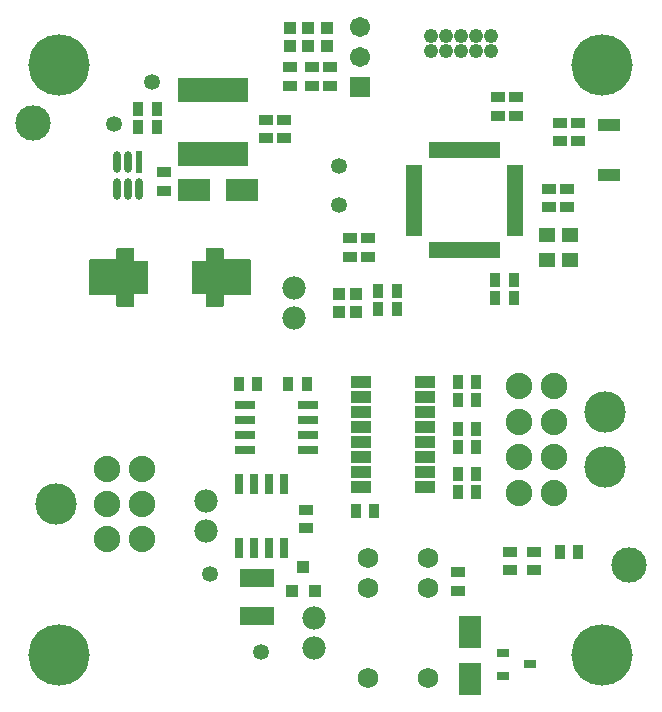
<source format=gts>
G04*
G04 #@! TF.GenerationSoftware,Altium Limited,Altium Designer,20.1.12 (249)*
G04*
G04 Layer_Color=8388736*
%FSLAX25Y25*%
%MOIN*%
G70*
G04*
G04 #@! TF.SameCoordinates,CD40AE63-01C5-41B5-9579-828B942A7482*
G04*
G04*
G04 #@! TF.FilePolarity,Negative*
G04*
G01*
G75*
%ADD15C,0.09708*%
%ADD16R,0.04800X0.03800*%
%ADD17R,0.07800X0.04300*%
%ADD18R,0.01981X0.05524*%
%ADD19R,0.05524X0.01981*%
%ADD20R,0.04300X0.04300*%
%ADD21R,0.10642X0.07493*%
%ADD22R,0.03800X0.04800*%
%ADD23R,0.23241X0.07887*%
G04:AMPARAMS|DCode=24|XSize=73.01mil|YSize=24.1mil|CornerRadius=12.05mil|HoleSize=0mil|Usage=FLASHONLY|Rotation=270.000|XOffset=0mil|YOffset=0mil|HoleType=Round|Shape=RoundedRectangle|*
%AMROUNDEDRECTD24*
21,1,0.07301,0.00000,0,0,270.0*
21,1,0.04891,0.02410,0,0,270.0*
1,1,0.02410,0.00000,-0.02445*
1,1,0.02410,0.00000,0.02445*
1,1,0.02410,0.00000,0.02445*
1,1,0.02410,0.00000,-0.02445*
%
%ADD24ROUNDEDRECTD24*%
%ADD25R,0.02410X0.07301*%
%ADD26R,0.05600X0.05100*%
%ADD27R,0.06706X0.03950*%
%ADD28R,0.06902X0.03162*%
%ADD29R,0.03162X0.06902*%
%ADD30R,0.11824X0.05918*%
%ADD31R,0.03950X0.04343*%
%ADD32R,0.07493X0.10642*%
%ADD33R,0.04343X0.03162*%
%ADD34C,0.05300*%
%ADD35C,0.11811*%
%ADD36C,0.04800*%
%ADD37R,0.06706X0.06706*%
%ADD38C,0.06706*%
%ADD39C,0.07800*%
%ADD40C,0.06800*%
%ADD41C,0.08800*%
%ADD42C,0.13811*%
%ADD43C,0.20472*%
G36*
X414651Y352250D02*
X414707Y352240D01*
X414761Y352225D01*
X414813Y352203D01*
X414862Y352176D01*
X414908Y352144D01*
X414949Y352106D01*
X414987Y352064D01*
X415019Y352019D01*
X415046Y351970D01*
X415068Y351918D01*
X415084Y351864D01*
X415093Y351808D01*
X415096Y351752D01*
Y347922D01*
X419320D01*
X419376Y347919D01*
X419431Y347910D01*
X419485Y347894D01*
X419537Y347873D01*
X419586Y347846D01*
X419632Y347813D01*
X419674Y347776D01*
X419711Y347734D01*
X419744Y347688D01*
X419771Y347639D01*
X419792Y347587D01*
X419808Y347533D01*
X419817Y347478D01*
X419820Y347422D01*
Y337579D01*
X419817Y337523D01*
X419808Y337468D01*
X419792Y337414D01*
X419771Y337362D01*
X419744Y337313D01*
X419711Y337267D01*
X419674Y337225D01*
X419632Y337188D01*
X419586Y337155D01*
X419537Y337128D01*
X419485Y337106D01*
X419431Y337091D01*
X419376Y337081D01*
X419320Y337078D01*
X415096D01*
Y333248D01*
X415093Y333192D01*
X415084Y333137D01*
X415068Y333083D01*
X415046Y333031D01*
X415019Y332982D01*
X414987Y332936D01*
X414949Y332894D01*
X414908Y332857D01*
X414862Y332824D01*
X414813Y332797D01*
X414761Y332776D01*
X414707Y332760D01*
X414651Y332751D01*
X414595Y332748D01*
X409477D01*
X409421Y332751D01*
X409366Y332760D01*
X409312Y332776D01*
X409260Y332797D01*
X409211Y332824D01*
X409165Y332857D01*
X409123Y332894D01*
X409086Y332936D01*
X409053Y332982D01*
X409026Y333031D01*
X409004Y333083D01*
X408989Y333137D01*
X408980Y333192D01*
X408976Y333248D01*
X408976Y336499D01*
X400500Y336499D01*
X400444Y336502D01*
X400389Y336512D01*
X400335Y336527D01*
X400283Y336549D01*
X400234Y336576D01*
X400188Y336609D01*
X400146Y336646D01*
X400108Y336688D01*
X400076Y336734D01*
X400049Y336783D01*
X400027Y336835D01*
X400012Y336889D01*
X400002Y336944D01*
X399999Y337000D01*
X399999Y348000D01*
X400002Y348056D01*
X400012Y348112D01*
X400027Y348165D01*
X400049Y348217D01*
X400076Y348267D01*
X400108Y348312D01*
X400146Y348354D01*
X400188Y348392D01*
X400234Y348424D01*
X400283Y348451D01*
X400335Y348473D01*
X400389Y348488D01*
X400444Y348498D01*
X400500Y348501D01*
X408976Y348501D01*
X408976Y351752D01*
X408980Y351808D01*
X408989Y351864D01*
X409004Y351918D01*
X409026Y351970D01*
X409053Y352019D01*
X409086Y352064D01*
X409123Y352106D01*
X409165Y352144D01*
X409211Y352176D01*
X409260Y352203D01*
X409312Y352225D01*
X409366Y352240D01*
X409421Y352250D01*
X409477Y352253D01*
X414595D01*
X414651Y352250D01*
D02*
G37*
G36*
X444573D02*
X444628Y352240D01*
X444682Y352225D01*
X444734Y352203D01*
X444783Y352176D01*
X444829Y352144D01*
X444871Y352106D01*
X444908Y352064D01*
X444941Y352019D01*
X444968Y351970D01*
X444989Y351918D01*
X445005Y351864D01*
X445014Y351808D01*
X445017Y351752D01*
X445017Y348501D01*
X453500Y348501D01*
X453556Y348498D01*
X453611Y348488D01*
X453665Y348473D01*
X453717Y348451D01*
X453766Y348424D01*
X453812Y348392D01*
X453854Y348354D01*
X453892Y348312D01*
X453924Y348267D01*
X453951Y348217D01*
X453973Y348165D01*
X453988Y348112D01*
X453998Y348056D01*
X454001Y348000D01*
X454001Y337000D01*
X453998Y336944D01*
X453988Y336889D01*
X453973Y336835D01*
X453951Y336783D01*
X453924Y336734D01*
X453892Y336688D01*
X453854Y336646D01*
X453812Y336609D01*
X453766Y336576D01*
X453717Y336549D01*
X453665Y336527D01*
X453611Y336512D01*
X453556Y336502D01*
X453500Y336499D01*
X445017Y336499D01*
X445017Y333248D01*
X445014Y333192D01*
X445005Y333137D01*
X444989Y333083D01*
X444968Y333031D01*
X444941Y332982D01*
X444908Y332936D01*
X444871Y332894D01*
X444829Y332857D01*
X444783Y332824D01*
X444734Y332797D01*
X444682Y332776D01*
X444628Y332760D01*
X444573Y332751D01*
X444517Y332748D01*
X439398D01*
X439342Y332751D01*
X439287Y332760D01*
X439233Y332776D01*
X439181Y332797D01*
X439132Y332824D01*
X439086Y332857D01*
X439044Y332894D01*
X439007Y332936D01*
X438974Y332982D01*
X438947Y333031D01*
X438926Y333083D01*
X438910Y333137D01*
X438901Y333192D01*
X438898Y333248D01*
Y337078D01*
X434674D01*
X434618Y337081D01*
X434562Y337091D01*
X434509Y337106D01*
X434457Y337128D01*
X434408Y337155D01*
X434362Y337188D01*
X434320Y337225D01*
X434282Y337267D01*
X434250Y337313D01*
X434223Y337362D01*
X434201Y337414D01*
X434186Y337468D01*
X434176Y337523D01*
X434173Y337579D01*
Y347422D01*
X434176Y347478D01*
X434186Y347533D01*
X434201Y347587D01*
X434223Y347639D01*
X434250Y347688D01*
X434282Y347734D01*
X434320Y347776D01*
X434362Y347813D01*
X434408Y347846D01*
X434457Y347873D01*
X434509Y347894D01*
X434562Y347910D01*
X434618Y347919D01*
X434674Y347922D01*
X438898D01*
Y351752D01*
X438901Y351808D01*
X438910Y351864D01*
X438926Y351918D01*
X438947Y351970D01*
X438974Y352019D01*
X439007Y352064D01*
X439044Y352106D01*
X439086Y352144D01*
X439132Y352176D01*
X439181Y352203D01*
X439233Y352225D01*
X439287Y352240D01*
X439342Y352250D01*
X439398Y352253D01*
X444517D01*
X444573Y352250D01*
D02*
G37*
D15*
X412282Y342549D02*
D03*
X441711D02*
D03*
D16*
X563000Y387876D02*
D03*
Y394124D02*
D03*
X557000D02*
D03*
Y387876D02*
D03*
X559500Y372124D02*
D03*
Y365876D02*
D03*
X553500Y372124D02*
D03*
Y365876D02*
D03*
X536500Y396376D02*
D03*
Y402624D02*
D03*
X542500Y396376D02*
D03*
Y402624D02*
D03*
X474500Y406376D02*
D03*
Y412624D02*
D03*
X480500Y406376D02*
D03*
Y412624D02*
D03*
X467000Y406376D02*
D03*
Y412624D02*
D03*
X465000Y388876D02*
D03*
Y395124D02*
D03*
X459000Y388876D02*
D03*
Y395124D02*
D03*
X425000Y377624D02*
D03*
Y371376D02*
D03*
X493000Y349376D02*
D03*
Y355624D02*
D03*
X487000Y349376D02*
D03*
Y355624D02*
D03*
X472500Y258876D02*
D03*
Y265124D02*
D03*
X548500Y244876D02*
D03*
Y251124D02*
D03*
X540500Y244876D02*
D03*
Y251124D02*
D03*
X523000Y238000D02*
D03*
Y244247D02*
D03*
D17*
X573500Y376732D02*
D03*
Y393268D02*
D03*
D18*
X535968Y351536D02*
D03*
X534000D02*
D03*
X532031D02*
D03*
X530063D02*
D03*
X528094D02*
D03*
X526126D02*
D03*
X524157D02*
D03*
X522189D02*
D03*
X520221D02*
D03*
X518252D02*
D03*
X516284D02*
D03*
X514315D02*
D03*
Y385000D02*
D03*
X516284D02*
D03*
X518252D02*
D03*
X520221D02*
D03*
X522189D02*
D03*
X524157D02*
D03*
X526126D02*
D03*
X528094D02*
D03*
X530063D02*
D03*
X532031D02*
D03*
X534000D02*
D03*
X535968D02*
D03*
D19*
X508410Y357441D02*
D03*
Y359409D02*
D03*
Y361378D02*
D03*
Y363347D02*
D03*
Y365315D02*
D03*
Y367284D02*
D03*
Y369252D02*
D03*
Y371220D02*
D03*
Y373189D02*
D03*
Y375157D02*
D03*
Y377126D02*
D03*
Y379095D02*
D03*
X541874D02*
D03*
Y377126D02*
D03*
Y375157D02*
D03*
Y373189D02*
D03*
Y371220D02*
D03*
Y369252D02*
D03*
Y367284D02*
D03*
Y365315D02*
D03*
Y363347D02*
D03*
Y361378D02*
D03*
Y359409D02*
D03*
Y357441D02*
D03*
D20*
X467000Y419500D02*
D03*
Y425500D02*
D03*
X479500D02*
D03*
Y419500D02*
D03*
X473000Y425500D02*
D03*
Y419500D02*
D03*
X489000Y337000D02*
D03*
Y331000D02*
D03*
X483500Y337000D02*
D03*
Y331000D02*
D03*
D21*
X435126Y371500D02*
D03*
X450874D02*
D03*
D22*
X416500Y392500D02*
D03*
X422747D02*
D03*
Y398500D02*
D03*
X416500D02*
D03*
X496376Y338000D02*
D03*
X502624D02*
D03*
X496376Y332000D02*
D03*
X502624D02*
D03*
X541624Y341500D02*
D03*
X535376D02*
D03*
X541624Y335500D02*
D03*
X535376D02*
D03*
X522876Y301500D02*
D03*
X529124D02*
D03*
Y307500D02*
D03*
X522876D02*
D03*
Y292000D02*
D03*
X529124D02*
D03*
Y286000D02*
D03*
X522876D02*
D03*
X529124Y277000D02*
D03*
X522876D02*
D03*
Y271000D02*
D03*
X529124D02*
D03*
X472624Y307000D02*
D03*
X466376D02*
D03*
X456124D02*
D03*
X449876D02*
D03*
X563124Y251000D02*
D03*
X556876D02*
D03*
X488876Y264500D02*
D03*
X495124D02*
D03*
D23*
X441500Y383500D02*
D03*
Y405000D02*
D03*
D24*
X416675Y371916D02*
D03*
X412935D02*
D03*
X409195D02*
D03*
Y380973D02*
D03*
X412935D02*
D03*
D25*
X416675D02*
D03*
D26*
X552760Y348366D02*
D03*
Y356634D02*
D03*
X560240Y348366D02*
D03*
Y356634D02*
D03*
D27*
X512000Y272624D02*
D03*
Y277624D02*
D03*
Y282624D02*
D03*
Y287624D02*
D03*
Y292624D02*
D03*
Y297624D02*
D03*
Y302624D02*
D03*
Y307624D02*
D03*
X490740Y272624D02*
D03*
Y277624D02*
D03*
Y282624D02*
D03*
Y287624D02*
D03*
Y292624D02*
D03*
Y297624D02*
D03*
Y302624D02*
D03*
Y307624D02*
D03*
D28*
X451868Y300000D02*
D03*
Y295000D02*
D03*
Y290000D02*
D03*
Y285000D02*
D03*
X473128Y300000D02*
D03*
Y295000D02*
D03*
Y290000D02*
D03*
Y285000D02*
D03*
D29*
X464993Y273628D02*
D03*
X459993D02*
D03*
X454993D02*
D03*
X449993D02*
D03*
X464993Y252368D02*
D03*
X459993D02*
D03*
X454993D02*
D03*
X449993D02*
D03*
D30*
X456000Y229601D02*
D03*
Y242399D02*
D03*
D31*
X471500Y245937D02*
D03*
X467760Y238063D02*
D03*
X475240D02*
D03*
D32*
X527000Y208626D02*
D03*
Y224374D02*
D03*
D33*
X547028Y213500D02*
D03*
X537972Y209760D02*
D03*
Y217240D02*
D03*
D34*
X483500Y379500D02*
D03*
Y366500D02*
D03*
X440500Y243500D02*
D03*
X457500Y217500D02*
D03*
X408500Y393500D02*
D03*
X421000Y407500D02*
D03*
D35*
X580000Y246500D02*
D03*
X381500Y394000D02*
D03*
D36*
X524000Y418000D02*
D03*
Y423000D02*
D03*
X529000D02*
D03*
Y418000D02*
D03*
X534000D02*
D03*
Y423000D02*
D03*
X519000D02*
D03*
Y418000D02*
D03*
X514000D02*
D03*
Y423000D02*
D03*
D37*
X490500Y406000D02*
D03*
D38*
Y416000D02*
D03*
Y426000D02*
D03*
D39*
X439000Y258000D02*
D03*
Y268000D02*
D03*
X475000Y229000D02*
D03*
Y219000D02*
D03*
X468500Y339000D02*
D03*
Y329000D02*
D03*
D40*
X493000Y209000D02*
D03*
X513000D02*
D03*
X493000Y239000D02*
D03*
X513000D02*
D03*
X493000Y249000D02*
D03*
X513000D02*
D03*
D41*
X543180Y282594D02*
D03*
Y294405D02*
D03*
X554999Y282594D02*
D03*
Y294405D02*
D03*
Y306216D02*
D03*
X543180D02*
D03*
X554999Y270783D02*
D03*
X543180D02*
D03*
X406000Y278811D02*
D03*
X417819D02*
D03*
Y267000D02*
D03*
Y255189D02*
D03*
X406000Y267000D02*
D03*
Y255189D02*
D03*
D42*
X571999Y297751D02*
D03*
Y279247D02*
D03*
X389000Y267000D02*
D03*
D43*
X570866Y216535D02*
D03*
Y413386D02*
D03*
X390035Y216535D02*
D03*
Y413386D02*
D03*
M02*

</source>
